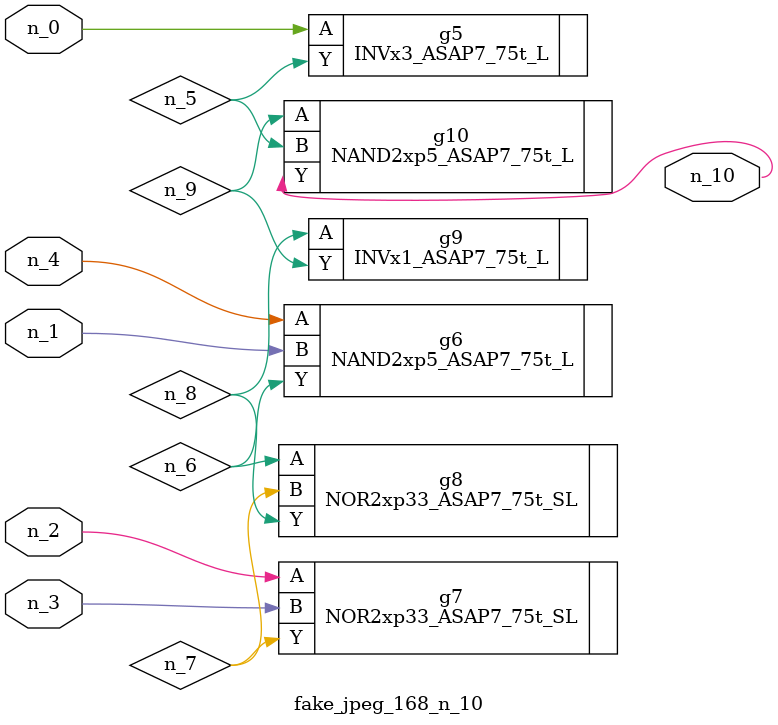
<source format=v>
module fake_jpeg_168_n_10 (n_3, n_2, n_1, n_0, n_4, n_10);

input n_3;
input n_2;
input n_1;
input n_0;
input n_4;

output n_10;

wire n_8;
wire n_9;
wire n_6;
wire n_5;
wire n_7;

INVx3_ASAP7_75t_L g5 ( 
.A(n_0),
.Y(n_5)
);

NAND2xp5_ASAP7_75t_L g6 ( 
.A(n_4),
.B(n_1),
.Y(n_6)
);

NOR2xp33_ASAP7_75t_SL g7 ( 
.A(n_2),
.B(n_3),
.Y(n_7)
);

NOR2xp33_ASAP7_75t_SL g8 ( 
.A(n_6),
.B(n_7),
.Y(n_8)
);

INVx1_ASAP7_75t_L g9 ( 
.A(n_8),
.Y(n_9)
);

NAND2xp5_ASAP7_75t_L g10 ( 
.A(n_9),
.B(n_5),
.Y(n_10)
);


endmodule
</source>
